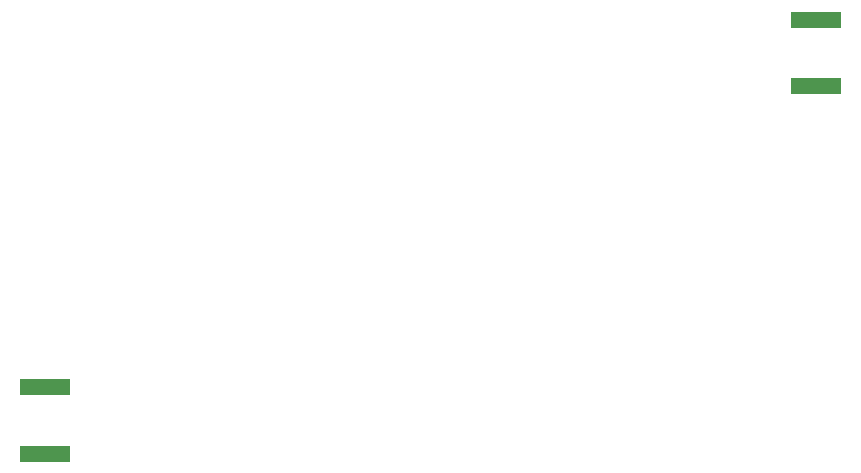
<source format=gbr>
%TF.GenerationSoftware,KiCad,Pcbnew,(5.1.10)-1*%
%TF.CreationDate,2021-08-21T15:59:26-07:00*%
%TF.ProjectId,upconverter,7570636f-6e76-4657-9274-65722e6b6963,rev?*%
%TF.SameCoordinates,Original*%
%TF.FileFunction,Paste,Bot*%
%TF.FilePolarity,Positive*%
%FSLAX46Y46*%
G04 Gerber Fmt 4.6, Leading zero omitted, Abs format (unit mm)*
G04 Created by KiCad (PCBNEW (5.1.10)-1) date 2021-08-21 15:59:26*
%MOMM*%
%LPD*%
G01*
G04 APERTURE LIST*
%ADD10R,4.200000X1.350000*%
G04 APERTURE END LIST*
D10*
%TO.C,J2*%
X116586000Y-52482000D03*
X116586000Y-46832000D03*
%TD*%
%TO.C,J3*%
X51308000Y-83597000D03*
X51308000Y-77947000D03*
%TD*%
M02*

</source>
